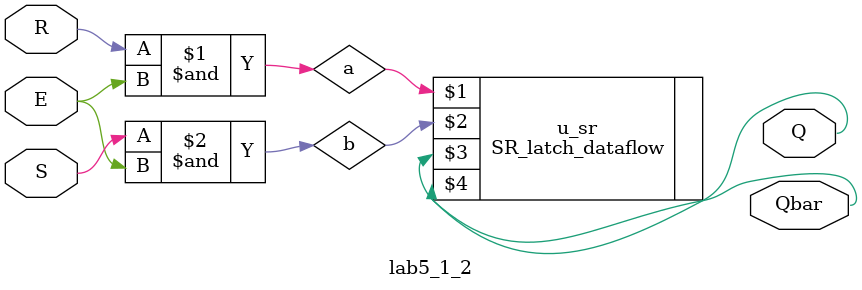
<source format=v>
`timescale 1ns / 1ps


module lab5_1_2(
    input R,
    input S,
    input E,
    output Q,
    output Qbar
    );
    wire a,b;
    assign #2 a = R&E;
    assign #2 b = S&E;
    SR_latch_dataflow u_sr(a,b,Q,Qbar);
endmodule

</source>
